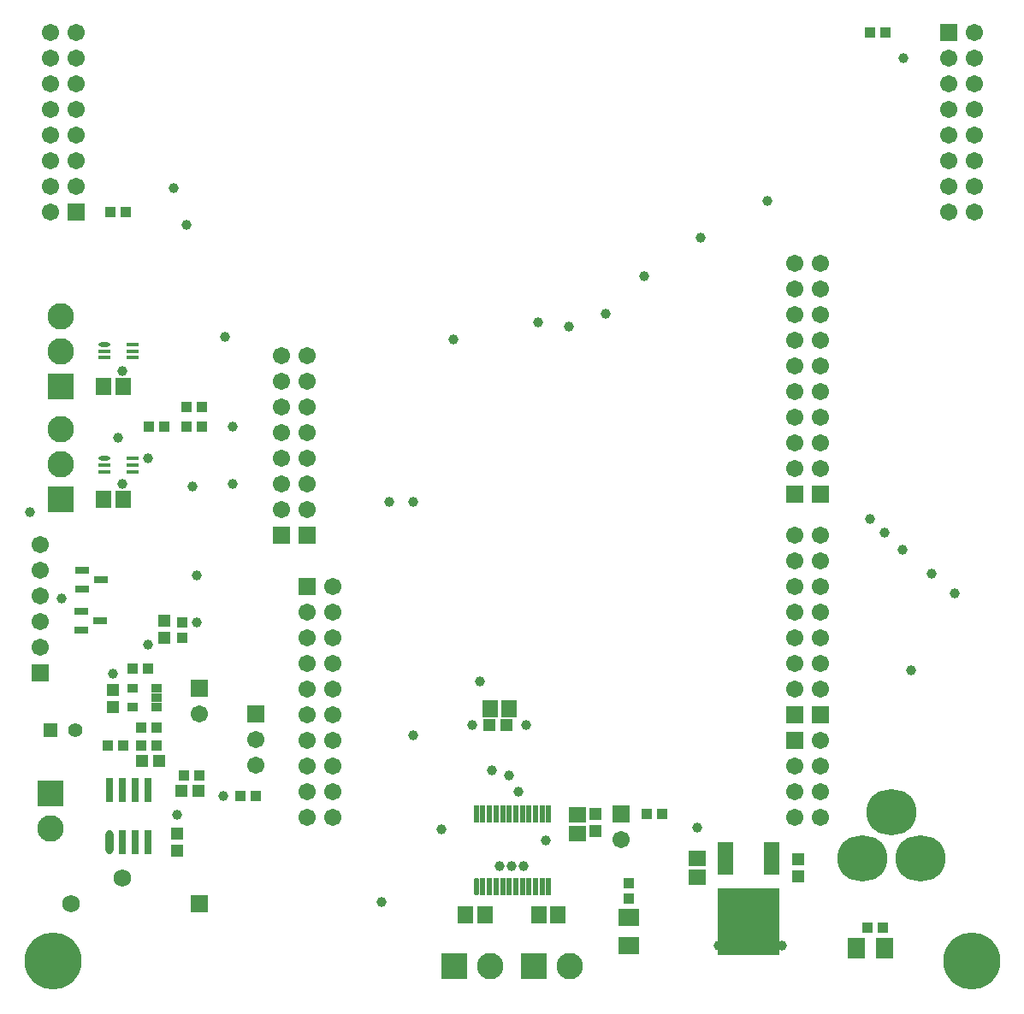
<source format=gts>
G04 Layer_Color=20142*
%FSLAX25Y25*%
%MOIN*%
G70*
G01*
G75*
%ADD47R,0.04300X0.04300*%
%ADD48R,0.05131X0.04737*%
%ADD49R,0.05918X0.06706*%
%ADD50R,0.04531X0.01700*%
%ADD51O,0.04531X0.01700*%
%ADD52R,0.04300X0.04300*%
%ADD53R,0.07099X0.07887*%
%ADD54R,0.07887X0.07099*%
%ADD55O,0.03162X0.09461*%
%ADD56R,0.03162X0.09461*%
%ADD57R,0.01972X0.07090*%
%ADD58O,0.01972X0.07090*%
%ADD59R,0.04737X0.05131*%
%ADD60R,0.04343X0.03359*%
%ADD61R,0.06706X0.05918*%
%ADD62R,0.06312X0.12611*%
%ADD63R,0.24422X0.26391*%
%ADD64R,0.05524X0.03162*%
%ADD65C,0.06706*%
%ADD66R,0.06706X0.06706*%
%ADD67O,0.19700X0.17700*%
%ADD68R,0.10300X0.10300*%
%ADD69C,0.10300*%
%ADD70R,0.05600X0.05600*%
%ADD71C,0.05600*%
%ADD72C,0.06800*%
%ADD73R,0.06800X0.06800*%
%ADD74R,0.10300X0.10300*%
%ADD75C,0.22200*%
%ADD76C,0.03900*%
D47*
X142500Y198000D02*
D03*
X148500D02*
D03*
X161500D02*
D03*
X155500D02*
D03*
X158500Y322500D02*
D03*
X164500D02*
D03*
X438500Y127000D02*
D03*
X444500D02*
D03*
X149500Y406000D02*
D03*
X143500D02*
D03*
X439500Y476000D02*
D03*
X445500D02*
D03*
X152000Y228000D02*
D03*
X158000D02*
D03*
X161500Y205000D02*
D03*
X155500D02*
D03*
X178000Y186500D02*
D03*
X172000D02*
D03*
X194000Y178500D02*
D03*
X200000Y178500D02*
D03*
X358500Y171500D02*
D03*
X352500D02*
D03*
X179000Y322500D02*
D03*
X173000D02*
D03*
X179000Y330000D02*
D03*
X173000D02*
D03*
D48*
X291154Y206000D02*
D03*
X297847D02*
D03*
X155654Y192000D02*
D03*
X162346D02*
D03*
X171153Y180500D02*
D03*
X177847D02*
D03*
D49*
X298740Y212500D02*
D03*
X291260D02*
D03*
X148240Y294000D02*
D03*
X140760D02*
D03*
X148240Y338000D02*
D03*
X140760D02*
D03*
X317740Y132000D02*
D03*
X310260D02*
D03*
X289240D02*
D03*
X281760D02*
D03*
D50*
X152024Y351941D02*
D03*
Y354500D02*
D03*
Y349382D02*
D03*
X141000D02*
D03*
Y351941D02*
D03*
X152024Y307441D02*
D03*
Y310000D02*
D03*
Y304882D02*
D03*
X141000D02*
D03*
Y307441D02*
D03*
D51*
Y354500D02*
D03*
Y310000D02*
D03*
D52*
X345500Y144500D02*
D03*
Y138500D02*
D03*
X171500Y240000D02*
D03*
Y246000D02*
D03*
D53*
X445012Y119000D02*
D03*
X433988D02*
D03*
D54*
X345500Y131012D02*
D03*
Y119988D02*
D03*
D55*
X143000Y160500D02*
D03*
D56*
X158000Y180972D02*
D03*
X153000D02*
D03*
X148000D02*
D03*
X143000D02*
D03*
X158000Y160500D02*
D03*
X153000D02*
D03*
X148000D02*
D03*
D57*
X314150Y171346D02*
D03*
X311591D02*
D03*
X309032D02*
D03*
X306472D02*
D03*
X303913D02*
D03*
X301354D02*
D03*
X298795D02*
D03*
X296236D02*
D03*
X293677D02*
D03*
X291118D02*
D03*
X288559D02*
D03*
X286000D02*
D03*
X314150Y143000D02*
D03*
X311591D02*
D03*
X309032D02*
D03*
X306472D02*
D03*
X303913D02*
D03*
X301354D02*
D03*
X298795D02*
D03*
X296236D02*
D03*
X293677D02*
D03*
X291118D02*
D03*
X288559D02*
D03*
D58*
X286000D02*
D03*
D59*
X144500Y213154D02*
D03*
Y219847D02*
D03*
X164500Y240154D02*
D03*
Y246847D02*
D03*
X169500Y163847D02*
D03*
Y157153D02*
D03*
X332500Y171346D02*
D03*
Y164654D02*
D03*
X411500Y153847D02*
D03*
Y147153D02*
D03*
D60*
X161500Y213000D02*
D03*
Y216740D02*
D03*
Y220480D02*
D03*
X152051D02*
D03*
Y213000D02*
D03*
D61*
X325500Y163760D02*
D03*
Y171240D02*
D03*
X372000Y146760D02*
D03*
Y154240D02*
D03*
D62*
X382945Y154000D02*
D03*
X401000D02*
D03*
D63*
X392000Y129394D02*
D03*
D64*
X132213Y250500D02*
D03*
Y243020D02*
D03*
X139299Y246760D02*
D03*
X132500Y266500D02*
D03*
Y259020D02*
D03*
X139587Y262760D02*
D03*
D65*
X420000Y170000D02*
D03*
X410000D02*
D03*
X420000Y180000D02*
D03*
X410000Y180000D02*
D03*
X420000Y190000D02*
D03*
X410000D02*
D03*
X420000Y200000D02*
D03*
X116000Y236500D02*
D03*
Y246500D02*
D03*
Y256500D02*
D03*
Y266500D02*
D03*
Y276500D02*
D03*
X420000Y316000D02*
D03*
Y386000D02*
D03*
Y376000D02*
D03*
Y366000D02*
D03*
Y356000D02*
D03*
Y346000D02*
D03*
Y336000D02*
D03*
Y326000D02*
D03*
Y306000D02*
D03*
X410000Y316000D02*
D03*
Y386000D02*
D03*
Y376000D02*
D03*
Y366000D02*
D03*
X410000Y356000D02*
D03*
X410000Y346000D02*
D03*
Y336000D02*
D03*
Y326000D02*
D03*
X410000Y306000D02*
D03*
X220000Y290000D02*
D03*
Y300000D02*
D03*
Y310000D02*
D03*
Y320000D02*
D03*
Y330000D02*
D03*
Y340000D02*
D03*
Y350000D02*
D03*
X210000Y290000D02*
D03*
Y300000D02*
D03*
Y310000D02*
D03*
Y320000D02*
D03*
Y330000D02*
D03*
Y340000D02*
D03*
Y350000D02*
D03*
X178000Y210500D02*
D03*
X230000Y260000D02*
D03*
X220000Y250000D02*
D03*
X230000D02*
D03*
X220000Y240000D02*
D03*
X230000Y240000D02*
D03*
X220000Y230000D02*
D03*
X230000D02*
D03*
X220000Y220000D02*
D03*
X230000D02*
D03*
X220000Y210000D02*
D03*
X230000D02*
D03*
X220000Y200000D02*
D03*
X230000D02*
D03*
X220000Y190000D02*
D03*
X230000Y190000D02*
D03*
X220000Y180000D02*
D03*
X230000D02*
D03*
X220000Y170000D02*
D03*
X230000D02*
D03*
X420000Y220000D02*
D03*
Y230000D02*
D03*
Y240000D02*
D03*
Y250000D02*
D03*
Y260000D02*
D03*
Y270000D02*
D03*
Y280000D02*
D03*
X410000Y220000D02*
D03*
Y230000D02*
D03*
Y240000D02*
D03*
Y250000D02*
D03*
Y260000D02*
D03*
Y270000D02*
D03*
Y280000D02*
D03*
X200000Y200500D02*
D03*
Y190500D02*
D03*
X120000Y476000D02*
D03*
X130000Y476000D02*
D03*
X120000Y466000D02*
D03*
X130000D02*
D03*
X120000Y456000D02*
D03*
X130000D02*
D03*
X120000Y446000D02*
D03*
X130000D02*
D03*
X120000Y436000D02*
D03*
X130000D02*
D03*
X120000Y426000D02*
D03*
X130000Y426000D02*
D03*
X120000Y416000D02*
D03*
X130000D02*
D03*
X120000Y406000D02*
D03*
X480000D02*
D03*
X470000Y406000D02*
D03*
X480000Y416000D02*
D03*
X470000D02*
D03*
X480000Y426000D02*
D03*
X470000D02*
D03*
X480000Y436000D02*
D03*
X470000D02*
D03*
X480000Y446000D02*
D03*
X470000D02*
D03*
X480000Y456000D02*
D03*
X470000Y456000D02*
D03*
X480000Y466000D02*
D03*
X470000D02*
D03*
X480000Y476000D02*
D03*
X342500Y161500D02*
D03*
D66*
X410000Y200000D02*
D03*
X116000Y226500D02*
D03*
X420000Y296000D02*
D03*
X410000D02*
D03*
X220000Y280000D02*
D03*
X210000D02*
D03*
X178000Y220500D02*
D03*
X220000Y260000D02*
D03*
X420000Y210000D02*
D03*
X410000D02*
D03*
X200000Y210500D02*
D03*
X130000Y406000D02*
D03*
X470000Y476000D02*
D03*
X342500Y171500D02*
D03*
D67*
X436500Y154000D02*
D03*
X459000D02*
D03*
X447700Y172000D02*
D03*
D68*
X124000Y338000D02*
D03*
Y294000D02*
D03*
X120000Y179500D02*
D03*
D69*
X124000Y351780D02*
D03*
Y365559D02*
D03*
Y307780D02*
D03*
Y321559D02*
D03*
X120000Y165720D02*
D03*
X291280Y112000D02*
D03*
X322280D02*
D03*
D70*
X120000Y204000D02*
D03*
D71*
X129800D02*
D03*
D72*
X148000Y146500D02*
D03*
X128000Y136500D02*
D03*
D73*
X178000D02*
D03*
D74*
X277500Y112000D02*
D03*
X308500D02*
D03*
D75*
X121000Y114000D02*
D03*
X479000D02*
D03*
D76*
X455500Y227500D02*
D03*
X187500Y178500D02*
D03*
X463500Y265000D02*
D03*
X146500Y318000D02*
D03*
X313000Y161000D02*
D03*
X272500Y165500D02*
D03*
X249000Y137000D02*
D03*
X295000Y151000D02*
D03*
X302500Y180000D02*
D03*
X287500Y223000D02*
D03*
X177000Y264500D02*
D03*
X175500Y299000D02*
D03*
X191000Y322500D02*
D03*
X148000Y300000D02*
D03*
X191000D02*
D03*
X124500Y255500D02*
D03*
X112000Y289000D02*
D03*
X177000Y246000D02*
D03*
X158000Y310000D02*
D03*
X261500Y202000D02*
D03*
X188000Y357500D02*
D03*
X148000Y344000D02*
D03*
X439500Y286500D02*
D03*
X445000Y281000D02*
D03*
X452000Y274500D02*
D03*
X472500Y257500D02*
D03*
X452500Y466000D02*
D03*
X399500Y410500D02*
D03*
X351500Y381199D02*
D03*
X336500Y366500D02*
D03*
X322000Y361500D02*
D03*
X310000Y363000D02*
D03*
X373500Y396000D02*
D03*
X277000Y356500D02*
D03*
X261500Y293000D02*
D03*
X252000D02*
D03*
X168000Y415500D02*
D03*
X173000Y401000D02*
D03*
X405000Y120000D02*
D03*
X401500D02*
D03*
X398000D02*
D03*
X394500D02*
D03*
X391000D02*
D03*
X387500D02*
D03*
X384000D02*
D03*
X380500D02*
D03*
X292000Y188500D02*
D03*
X298795Y186500D02*
D03*
X284500Y206000D02*
D03*
X144500Y226000D02*
D03*
X158000Y237500D02*
D03*
X299750Y151000D02*
D03*
X304500D02*
D03*
X305500Y206000D02*
D03*
X372000Y166000D02*
D03*
X169500Y171000D02*
D03*
M02*

</source>
